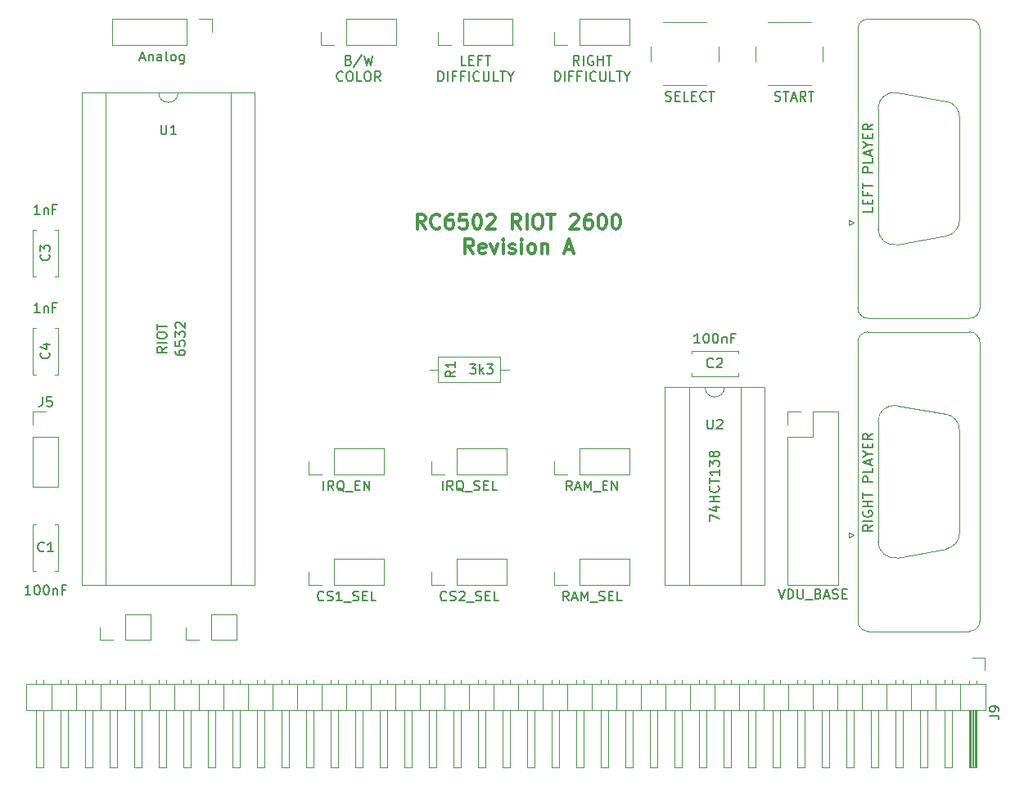
<source format=gto>
G04 #@! TF.FileFunction,Legend,Top*
%FSLAX46Y46*%
G04 Gerber Fmt 4.6, Leading zero omitted, Abs format (unit mm)*
G04 Created by KiCad (PCBNEW 4.0.7) date 02/14/19 13:46:32*
%MOMM*%
%LPD*%
G01*
G04 APERTURE LIST*
%ADD10C,0.100000*%
%ADD11C,0.150000*%
%ADD12C,0.300000*%
%ADD13C,0.120000*%
G04 APERTURE END LIST*
D10*
D11*
X68032381Y-109823095D02*
X68032381Y-110013572D01*
X68080000Y-110108810D01*
X68127619Y-110156429D01*
X68270476Y-110251667D01*
X68460952Y-110299286D01*
X68841905Y-110299286D01*
X68937143Y-110251667D01*
X68984762Y-110204048D01*
X69032381Y-110108810D01*
X69032381Y-109918333D01*
X68984762Y-109823095D01*
X68937143Y-109775476D01*
X68841905Y-109727857D01*
X68603810Y-109727857D01*
X68508571Y-109775476D01*
X68460952Y-109823095D01*
X68413333Y-109918333D01*
X68413333Y-110108810D01*
X68460952Y-110204048D01*
X68508571Y-110251667D01*
X68603810Y-110299286D01*
X68032381Y-108823095D02*
X68032381Y-109299286D01*
X68508571Y-109346905D01*
X68460952Y-109299286D01*
X68413333Y-109204048D01*
X68413333Y-108965952D01*
X68460952Y-108870714D01*
X68508571Y-108823095D01*
X68603810Y-108775476D01*
X68841905Y-108775476D01*
X68937143Y-108823095D01*
X68984762Y-108870714D01*
X69032381Y-108965952D01*
X69032381Y-109204048D01*
X68984762Y-109299286D01*
X68937143Y-109346905D01*
X68032381Y-108442143D02*
X68032381Y-107823095D01*
X68413333Y-108156429D01*
X68413333Y-108013571D01*
X68460952Y-107918333D01*
X68508571Y-107870714D01*
X68603810Y-107823095D01*
X68841905Y-107823095D01*
X68937143Y-107870714D01*
X68984762Y-107918333D01*
X69032381Y-108013571D01*
X69032381Y-108299286D01*
X68984762Y-108394524D01*
X68937143Y-108442143D01*
X68127619Y-107442143D02*
X68080000Y-107394524D01*
X68032381Y-107299286D01*
X68032381Y-107061190D01*
X68080000Y-106965952D01*
X68127619Y-106918333D01*
X68222857Y-106870714D01*
X68318095Y-106870714D01*
X68460952Y-106918333D01*
X69032381Y-107489762D01*
X69032381Y-106870714D01*
X85971191Y-79748571D02*
X86114048Y-79796190D01*
X86161667Y-79843810D01*
X86209286Y-79939048D01*
X86209286Y-80081905D01*
X86161667Y-80177143D01*
X86114048Y-80224762D01*
X86018810Y-80272381D01*
X85637857Y-80272381D01*
X85637857Y-79272381D01*
X85971191Y-79272381D01*
X86066429Y-79320000D01*
X86114048Y-79367619D01*
X86161667Y-79462857D01*
X86161667Y-79558095D01*
X86114048Y-79653333D01*
X86066429Y-79700952D01*
X85971191Y-79748571D01*
X85637857Y-79748571D01*
X87352143Y-79224762D02*
X86495000Y-80510476D01*
X87590238Y-79272381D02*
X87828333Y-80272381D01*
X88018810Y-79558095D01*
X88209286Y-80272381D01*
X88447381Y-79272381D01*
X85352143Y-81827143D02*
X85304524Y-81874762D01*
X85161667Y-81922381D01*
X85066429Y-81922381D01*
X84923571Y-81874762D01*
X84828333Y-81779524D01*
X84780714Y-81684286D01*
X84733095Y-81493810D01*
X84733095Y-81350952D01*
X84780714Y-81160476D01*
X84828333Y-81065238D01*
X84923571Y-80970000D01*
X85066429Y-80922381D01*
X85161667Y-80922381D01*
X85304524Y-80970000D01*
X85352143Y-81017619D01*
X85971190Y-80922381D02*
X86161667Y-80922381D01*
X86256905Y-80970000D01*
X86352143Y-81065238D01*
X86399762Y-81255714D01*
X86399762Y-81589048D01*
X86352143Y-81779524D01*
X86256905Y-81874762D01*
X86161667Y-81922381D01*
X85971190Y-81922381D01*
X85875952Y-81874762D01*
X85780714Y-81779524D01*
X85733095Y-81589048D01*
X85733095Y-81255714D01*
X85780714Y-81065238D01*
X85875952Y-80970000D01*
X85971190Y-80922381D01*
X87304524Y-81922381D02*
X86828333Y-81922381D01*
X86828333Y-80922381D01*
X87828333Y-80922381D02*
X88018810Y-80922381D01*
X88114048Y-80970000D01*
X88209286Y-81065238D01*
X88256905Y-81255714D01*
X88256905Y-81589048D01*
X88209286Y-81779524D01*
X88114048Y-81874762D01*
X88018810Y-81922381D01*
X87828333Y-81922381D01*
X87733095Y-81874762D01*
X87637857Y-81779524D01*
X87590238Y-81589048D01*
X87590238Y-81255714D01*
X87637857Y-81065238D01*
X87733095Y-80970000D01*
X87828333Y-80922381D01*
X89256905Y-81922381D02*
X88923571Y-81446190D01*
X88685476Y-81922381D02*
X88685476Y-80922381D01*
X89066429Y-80922381D01*
X89161667Y-80970000D01*
X89209286Y-81017619D01*
X89256905Y-81112857D01*
X89256905Y-81255714D01*
X89209286Y-81350952D01*
X89161667Y-81398571D01*
X89066429Y-81446190D01*
X88685476Y-81446190D01*
X109791667Y-80272381D02*
X109458333Y-79796190D01*
X109220238Y-80272381D02*
X109220238Y-79272381D01*
X109601191Y-79272381D01*
X109696429Y-79320000D01*
X109744048Y-79367619D01*
X109791667Y-79462857D01*
X109791667Y-79605714D01*
X109744048Y-79700952D01*
X109696429Y-79748571D01*
X109601191Y-79796190D01*
X109220238Y-79796190D01*
X110220238Y-80272381D02*
X110220238Y-79272381D01*
X111220238Y-79320000D02*
X111125000Y-79272381D01*
X110982143Y-79272381D01*
X110839285Y-79320000D01*
X110744047Y-79415238D01*
X110696428Y-79510476D01*
X110648809Y-79700952D01*
X110648809Y-79843810D01*
X110696428Y-80034286D01*
X110744047Y-80129524D01*
X110839285Y-80224762D01*
X110982143Y-80272381D01*
X111077381Y-80272381D01*
X111220238Y-80224762D01*
X111267857Y-80177143D01*
X111267857Y-79843810D01*
X111077381Y-79843810D01*
X111696428Y-80272381D02*
X111696428Y-79272381D01*
X111696428Y-79748571D02*
X112267857Y-79748571D01*
X112267857Y-80272381D02*
X112267857Y-79272381D01*
X112601190Y-79272381D02*
X113172619Y-79272381D01*
X112886904Y-80272381D02*
X112886904Y-79272381D01*
X107291667Y-81922381D02*
X107291667Y-80922381D01*
X107529762Y-80922381D01*
X107672620Y-80970000D01*
X107767858Y-81065238D01*
X107815477Y-81160476D01*
X107863096Y-81350952D01*
X107863096Y-81493810D01*
X107815477Y-81684286D01*
X107767858Y-81779524D01*
X107672620Y-81874762D01*
X107529762Y-81922381D01*
X107291667Y-81922381D01*
X108291667Y-81922381D02*
X108291667Y-80922381D01*
X109101191Y-81398571D02*
X108767857Y-81398571D01*
X108767857Y-81922381D02*
X108767857Y-80922381D01*
X109244048Y-80922381D01*
X109958334Y-81398571D02*
X109625000Y-81398571D01*
X109625000Y-81922381D02*
X109625000Y-80922381D01*
X110101191Y-80922381D01*
X110482143Y-81922381D02*
X110482143Y-80922381D01*
X111529762Y-81827143D02*
X111482143Y-81874762D01*
X111339286Y-81922381D01*
X111244048Y-81922381D01*
X111101190Y-81874762D01*
X111005952Y-81779524D01*
X110958333Y-81684286D01*
X110910714Y-81493810D01*
X110910714Y-81350952D01*
X110958333Y-81160476D01*
X111005952Y-81065238D01*
X111101190Y-80970000D01*
X111244048Y-80922381D01*
X111339286Y-80922381D01*
X111482143Y-80970000D01*
X111529762Y-81017619D01*
X111958333Y-80922381D02*
X111958333Y-81731905D01*
X112005952Y-81827143D01*
X112053571Y-81874762D01*
X112148809Y-81922381D01*
X112339286Y-81922381D01*
X112434524Y-81874762D01*
X112482143Y-81827143D01*
X112529762Y-81731905D01*
X112529762Y-80922381D01*
X113482143Y-81922381D02*
X113005952Y-81922381D01*
X113005952Y-80922381D01*
X113672619Y-80922381D02*
X114244048Y-80922381D01*
X113958333Y-81922381D02*
X113958333Y-80922381D01*
X114767857Y-81446190D02*
X114767857Y-81922381D01*
X114434524Y-80922381D02*
X114767857Y-81446190D01*
X115101191Y-80922381D01*
X98107619Y-80272381D02*
X97631428Y-80272381D01*
X97631428Y-79272381D01*
X98440952Y-79748571D02*
X98774286Y-79748571D01*
X98917143Y-80272381D02*
X98440952Y-80272381D01*
X98440952Y-79272381D01*
X98917143Y-79272381D01*
X99679048Y-79748571D02*
X99345714Y-79748571D01*
X99345714Y-80272381D02*
X99345714Y-79272381D01*
X99821905Y-79272381D01*
X100060000Y-79272381D02*
X100631429Y-79272381D01*
X100345714Y-80272381D02*
X100345714Y-79272381D01*
X95226667Y-81922381D02*
X95226667Y-80922381D01*
X95464762Y-80922381D01*
X95607620Y-80970000D01*
X95702858Y-81065238D01*
X95750477Y-81160476D01*
X95798096Y-81350952D01*
X95798096Y-81493810D01*
X95750477Y-81684286D01*
X95702858Y-81779524D01*
X95607620Y-81874762D01*
X95464762Y-81922381D01*
X95226667Y-81922381D01*
X96226667Y-81922381D02*
X96226667Y-80922381D01*
X97036191Y-81398571D02*
X96702857Y-81398571D01*
X96702857Y-81922381D02*
X96702857Y-80922381D01*
X97179048Y-80922381D01*
X97893334Y-81398571D02*
X97560000Y-81398571D01*
X97560000Y-81922381D02*
X97560000Y-80922381D01*
X98036191Y-80922381D01*
X98417143Y-81922381D02*
X98417143Y-80922381D01*
X99464762Y-81827143D02*
X99417143Y-81874762D01*
X99274286Y-81922381D01*
X99179048Y-81922381D01*
X99036190Y-81874762D01*
X98940952Y-81779524D01*
X98893333Y-81684286D01*
X98845714Y-81493810D01*
X98845714Y-81350952D01*
X98893333Y-81160476D01*
X98940952Y-81065238D01*
X99036190Y-80970000D01*
X99179048Y-80922381D01*
X99274286Y-80922381D01*
X99417143Y-80970000D01*
X99464762Y-81017619D01*
X99893333Y-80922381D02*
X99893333Y-81731905D01*
X99940952Y-81827143D01*
X99988571Y-81874762D01*
X100083809Y-81922381D01*
X100274286Y-81922381D01*
X100369524Y-81874762D01*
X100417143Y-81827143D01*
X100464762Y-81731905D01*
X100464762Y-80922381D01*
X101417143Y-81922381D02*
X100940952Y-81922381D01*
X100940952Y-80922381D01*
X101607619Y-80922381D02*
X102179048Y-80922381D01*
X101893333Y-81922381D02*
X101893333Y-80922381D01*
X102702857Y-81446190D02*
X102702857Y-81922381D01*
X102369524Y-80922381D02*
X102702857Y-81446190D01*
X103036191Y-80922381D01*
D12*
X93897859Y-97193571D02*
X93397859Y-96479286D01*
X93040716Y-97193571D02*
X93040716Y-95693571D01*
X93612144Y-95693571D01*
X93755002Y-95765000D01*
X93826430Y-95836429D01*
X93897859Y-95979286D01*
X93897859Y-96193571D01*
X93826430Y-96336429D01*
X93755002Y-96407857D01*
X93612144Y-96479286D01*
X93040716Y-96479286D01*
X95397859Y-97050714D02*
X95326430Y-97122143D01*
X95112144Y-97193571D01*
X94969287Y-97193571D01*
X94755002Y-97122143D01*
X94612144Y-96979286D01*
X94540716Y-96836429D01*
X94469287Y-96550714D01*
X94469287Y-96336429D01*
X94540716Y-96050714D01*
X94612144Y-95907857D01*
X94755002Y-95765000D01*
X94969287Y-95693571D01*
X95112144Y-95693571D01*
X95326430Y-95765000D01*
X95397859Y-95836429D01*
X96683573Y-95693571D02*
X96397859Y-95693571D01*
X96255002Y-95765000D01*
X96183573Y-95836429D01*
X96040716Y-96050714D01*
X95969287Y-96336429D01*
X95969287Y-96907857D01*
X96040716Y-97050714D01*
X96112144Y-97122143D01*
X96255002Y-97193571D01*
X96540716Y-97193571D01*
X96683573Y-97122143D01*
X96755002Y-97050714D01*
X96826430Y-96907857D01*
X96826430Y-96550714D01*
X96755002Y-96407857D01*
X96683573Y-96336429D01*
X96540716Y-96265000D01*
X96255002Y-96265000D01*
X96112144Y-96336429D01*
X96040716Y-96407857D01*
X95969287Y-96550714D01*
X98183573Y-95693571D02*
X97469287Y-95693571D01*
X97397858Y-96407857D01*
X97469287Y-96336429D01*
X97612144Y-96265000D01*
X97969287Y-96265000D01*
X98112144Y-96336429D01*
X98183573Y-96407857D01*
X98255001Y-96550714D01*
X98255001Y-96907857D01*
X98183573Y-97050714D01*
X98112144Y-97122143D01*
X97969287Y-97193571D01*
X97612144Y-97193571D01*
X97469287Y-97122143D01*
X97397858Y-97050714D01*
X99183572Y-95693571D02*
X99326429Y-95693571D01*
X99469286Y-95765000D01*
X99540715Y-95836429D01*
X99612144Y-95979286D01*
X99683572Y-96265000D01*
X99683572Y-96622143D01*
X99612144Y-96907857D01*
X99540715Y-97050714D01*
X99469286Y-97122143D01*
X99326429Y-97193571D01*
X99183572Y-97193571D01*
X99040715Y-97122143D01*
X98969286Y-97050714D01*
X98897858Y-96907857D01*
X98826429Y-96622143D01*
X98826429Y-96265000D01*
X98897858Y-95979286D01*
X98969286Y-95836429D01*
X99040715Y-95765000D01*
X99183572Y-95693571D01*
X100255000Y-95836429D02*
X100326429Y-95765000D01*
X100469286Y-95693571D01*
X100826429Y-95693571D01*
X100969286Y-95765000D01*
X101040715Y-95836429D01*
X101112143Y-95979286D01*
X101112143Y-96122143D01*
X101040715Y-96336429D01*
X100183572Y-97193571D01*
X101112143Y-97193571D01*
X103755000Y-97193571D02*
X103255000Y-96479286D01*
X102897857Y-97193571D02*
X102897857Y-95693571D01*
X103469285Y-95693571D01*
X103612143Y-95765000D01*
X103683571Y-95836429D01*
X103755000Y-95979286D01*
X103755000Y-96193571D01*
X103683571Y-96336429D01*
X103612143Y-96407857D01*
X103469285Y-96479286D01*
X102897857Y-96479286D01*
X104397857Y-97193571D02*
X104397857Y-95693571D01*
X105397857Y-95693571D02*
X105683571Y-95693571D01*
X105826429Y-95765000D01*
X105969286Y-95907857D01*
X106040714Y-96193571D01*
X106040714Y-96693571D01*
X105969286Y-96979286D01*
X105826429Y-97122143D01*
X105683571Y-97193571D01*
X105397857Y-97193571D01*
X105255000Y-97122143D01*
X105112143Y-96979286D01*
X105040714Y-96693571D01*
X105040714Y-96193571D01*
X105112143Y-95907857D01*
X105255000Y-95765000D01*
X105397857Y-95693571D01*
X106469286Y-95693571D02*
X107326429Y-95693571D01*
X106897858Y-97193571D02*
X106897858Y-95693571D01*
X108897857Y-95836429D02*
X108969286Y-95765000D01*
X109112143Y-95693571D01*
X109469286Y-95693571D01*
X109612143Y-95765000D01*
X109683572Y-95836429D01*
X109755000Y-95979286D01*
X109755000Y-96122143D01*
X109683572Y-96336429D01*
X108826429Y-97193571D01*
X109755000Y-97193571D01*
X111040714Y-95693571D02*
X110755000Y-95693571D01*
X110612143Y-95765000D01*
X110540714Y-95836429D01*
X110397857Y-96050714D01*
X110326428Y-96336429D01*
X110326428Y-96907857D01*
X110397857Y-97050714D01*
X110469285Y-97122143D01*
X110612143Y-97193571D01*
X110897857Y-97193571D01*
X111040714Y-97122143D01*
X111112143Y-97050714D01*
X111183571Y-96907857D01*
X111183571Y-96550714D01*
X111112143Y-96407857D01*
X111040714Y-96336429D01*
X110897857Y-96265000D01*
X110612143Y-96265000D01*
X110469285Y-96336429D01*
X110397857Y-96407857D01*
X110326428Y-96550714D01*
X112112142Y-95693571D02*
X112254999Y-95693571D01*
X112397856Y-95765000D01*
X112469285Y-95836429D01*
X112540714Y-95979286D01*
X112612142Y-96265000D01*
X112612142Y-96622143D01*
X112540714Y-96907857D01*
X112469285Y-97050714D01*
X112397856Y-97122143D01*
X112254999Y-97193571D01*
X112112142Y-97193571D01*
X111969285Y-97122143D01*
X111897856Y-97050714D01*
X111826428Y-96907857D01*
X111754999Y-96622143D01*
X111754999Y-96265000D01*
X111826428Y-95979286D01*
X111897856Y-95836429D01*
X111969285Y-95765000D01*
X112112142Y-95693571D01*
X113540713Y-95693571D02*
X113683570Y-95693571D01*
X113826427Y-95765000D01*
X113897856Y-95836429D01*
X113969285Y-95979286D01*
X114040713Y-96265000D01*
X114040713Y-96622143D01*
X113969285Y-96907857D01*
X113897856Y-97050714D01*
X113826427Y-97122143D01*
X113683570Y-97193571D01*
X113540713Y-97193571D01*
X113397856Y-97122143D01*
X113326427Y-97050714D01*
X113254999Y-96907857D01*
X113183570Y-96622143D01*
X113183570Y-96265000D01*
X113254999Y-95979286D01*
X113326427Y-95836429D01*
X113397856Y-95765000D01*
X113540713Y-95693571D01*
X98862143Y-99743571D02*
X98362143Y-99029286D01*
X98005000Y-99743571D02*
X98005000Y-98243571D01*
X98576428Y-98243571D01*
X98719286Y-98315000D01*
X98790714Y-98386429D01*
X98862143Y-98529286D01*
X98862143Y-98743571D01*
X98790714Y-98886429D01*
X98719286Y-98957857D01*
X98576428Y-99029286D01*
X98005000Y-99029286D01*
X100076428Y-99672143D02*
X99933571Y-99743571D01*
X99647857Y-99743571D01*
X99505000Y-99672143D01*
X99433571Y-99529286D01*
X99433571Y-98957857D01*
X99505000Y-98815000D01*
X99647857Y-98743571D01*
X99933571Y-98743571D01*
X100076428Y-98815000D01*
X100147857Y-98957857D01*
X100147857Y-99100714D01*
X99433571Y-99243571D01*
X100647857Y-98743571D02*
X101005000Y-99743571D01*
X101362142Y-98743571D01*
X101933571Y-99743571D02*
X101933571Y-98743571D01*
X101933571Y-98243571D02*
X101862142Y-98315000D01*
X101933571Y-98386429D01*
X102004999Y-98315000D01*
X101933571Y-98243571D01*
X101933571Y-98386429D01*
X102576428Y-99672143D02*
X102719285Y-99743571D01*
X103005000Y-99743571D01*
X103147857Y-99672143D01*
X103219285Y-99529286D01*
X103219285Y-99457857D01*
X103147857Y-99315000D01*
X103005000Y-99243571D01*
X102790714Y-99243571D01*
X102647857Y-99172143D01*
X102576428Y-99029286D01*
X102576428Y-98957857D01*
X102647857Y-98815000D01*
X102790714Y-98743571D01*
X103005000Y-98743571D01*
X103147857Y-98815000D01*
X103862143Y-99743571D02*
X103862143Y-98743571D01*
X103862143Y-98243571D02*
X103790714Y-98315000D01*
X103862143Y-98386429D01*
X103933571Y-98315000D01*
X103862143Y-98243571D01*
X103862143Y-98386429D01*
X104790715Y-99743571D02*
X104647857Y-99672143D01*
X104576429Y-99600714D01*
X104505000Y-99457857D01*
X104505000Y-99029286D01*
X104576429Y-98886429D01*
X104647857Y-98815000D01*
X104790715Y-98743571D01*
X105005000Y-98743571D01*
X105147857Y-98815000D01*
X105219286Y-98886429D01*
X105290715Y-99029286D01*
X105290715Y-99457857D01*
X105219286Y-99600714D01*
X105147857Y-99672143D01*
X105005000Y-99743571D01*
X104790715Y-99743571D01*
X105933572Y-98743571D02*
X105933572Y-99743571D01*
X105933572Y-98886429D02*
X106005000Y-98815000D01*
X106147858Y-98743571D01*
X106362143Y-98743571D01*
X106505000Y-98815000D01*
X106576429Y-98957857D01*
X106576429Y-99743571D01*
X108362143Y-99315000D02*
X109076429Y-99315000D01*
X108219286Y-99743571D02*
X108719286Y-98243571D01*
X109219286Y-99743571D01*
D13*
X53300000Y-132625000D02*
X53300000Y-127805000D01*
X55920000Y-132625000D02*
X55920000Y-127805000D01*
X53300000Y-132625000D02*
X53614000Y-132625000D01*
X55606000Y-132625000D02*
X55920000Y-132625000D01*
X53300000Y-127805000D02*
X53614000Y-127805000D01*
X55606000Y-127805000D02*
X55920000Y-127805000D01*
X126275000Y-112435000D02*
X121455000Y-112435000D01*
X126275000Y-109815000D02*
X121455000Y-109815000D01*
X126275000Y-112435000D02*
X126275000Y-112121000D01*
X126275000Y-110129000D02*
X126275000Y-109815000D01*
X121455000Y-112435000D02*
X121455000Y-112121000D01*
X121455000Y-110129000D02*
X121455000Y-109815000D01*
X124825000Y-113605000D02*
G75*
G02X122825000Y-113605000I-1000000J0D01*
G01*
X122825000Y-113605000D02*
X121175000Y-113605000D01*
X121175000Y-113605000D02*
X121175000Y-134045000D01*
X121175000Y-134045000D02*
X126475000Y-134045000D01*
X126475000Y-134045000D02*
X126475000Y-113605000D01*
X126475000Y-113605000D02*
X124825000Y-113605000D01*
X118685000Y-113545000D02*
X118685000Y-134105000D01*
X118685000Y-134105000D02*
X128965000Y-134105000D01*
X128965000Y-134105000D02*
X128965000Y-113545000D01*
X128965000Y-113545000D02*
X118685000Y-113545000D01*
X131385000Y-134045000D02*
X136585000Y-134045000D01*
X131385000Y-118745000D02*
X131385000Y-134045000D01*
X136585000Y-116145000D02*
X136585000Y-134045000D01*
X131385000Y-118745000D02*
X133985000Y-118745000D01*
X133985000Y-118745000D02*
X133985000Y-116145000D01*
X133985000Y-116145000D02*
X136585000Y-116145000D01*
X131385000Y-117475000D02*
X131385000Y-116145000D01*
X131385000Y-116145000D02*
X132715000Y-116145000D01*
X53300000Y-102145000D02*
X53300000Y-97325000D01*
X55920000Y-102145000D02*
X55920000Y-97325000D01*
X53300000Y-102145000D02*
X53614000Y-102145000D01*
X55606000Y-102145000D02*
X55920000Y-102145000D01*
X53300000Y-97325000D02*
X53614000Y-97325000D01*
X55606000Y-97325000D02*
X55920000Y-97325000D01*
X53300000Y-112305000D02*
X53300000Y-107485000D01*
X55920000Y-112305000D02*
X55920000Y-107485000D01*
X53300000Y-112305000D02*
X53614000Y-112305000D01*
X55606000Y-112305000D02*
X55920000Y-112305000D01*
X53300000Y-107485000D02*
X53614000Y-107485000D01*
X55606000Y-107485000D02*
X55920000Y-107485000D01*
X151825000Y-144315000D02*
X52645000Y-144315000D01*
X52645000Y-144315000D02*
X52645000Y-146975000D01*
X52645000Y-146975000D02*
X151825000Y-146975000D01*
X151825000Y-146975000D02*
X151825000Y-144315000D01*
X150875000Y-146975000D02*
X150875000Y-152975000D01*
X150875000Y-152975000D02*
X150115000Y-152975000D01*
X150115000Y-152975000D02*
X150115000Y-146975000D01*
X150815000Y-146975000D02*
X150815000Y-152975000D01*
X150695000Y-146975000D02*
X150695000Y-152975000D01*
X150575000Y-146975000D02*
X150575000Y-152975000D01*
X150455000Y-146975000D02*
X150455000Y-152975000D01*
X150335000Y-146975000D02*
X150335000Y-152975000D01*
X150215000Y-146975000D02*
X150215000Y-152975000D01*
X150875000Y-143985000D02*
X150875000Y-144315000D01*
X150115000Y-143985000D02*
X150115000Y-144315000D01*
X149225000Y-144315000D02*
X149225000Y-146975000D01*
X148335000Y-146975000D02*
X148335000Y-152975000D01*
X148335000Y-152975000D02*
X147575000Y-152975000D01*
X147575000Y-152975000D02*
X147575000Y-146975000D01*
X148335000Y-143917929D02*
X148335000Y-144315000D01*
X147575000Y-143917929D02*
X147575000Y-144315000D01*
X146685000Y-144315000D02*
X146685000Y-146975000D01*
X145795000Y-146975000D02*
X145795000Y-152975000D01*
X145795000Y-152975000D02*
X145035000Y-152975000D01*
X145035000Y-152975000D02*
X145035000Y-146975000D01*
X145795000Y-143917929D02*
X145795000Y-144315000D01*
X145035000Y-143917929D02*
X145035000Y-144315000D01*
X144145000Y-144315000D02*
X144145000Y-146975000D01*
X143255000Y-146975000D02*
X143255000Y-152975000D01*
X143255000Y-152975000D02*
X142495000Y-152975000D01*
X142495000Y-152975000D02*
X142495000Y-146975000D01*
X143255000Y-143917929D02*
X143255000Y-144315000D01*
X142495000Y-143917929D02*
X142495000Y-144315000D01*
X141605000Y-144315000D02*
X141605000Y-146975000D01*
X140715000Y-146975000D02*
X140715000Y-152975000D01*
X140715000Y-152975000D02*
X139955000Y-152975000D01*
X139955000Y-152975000D02*
X139955000Y-146975000D01*
X140715000Y-143917929D02*
X140715000Y-144315000D01*
X139955000Y-143917929D02*
X139955000Y-144315000D01*
X139065000Y-144315000D02*
X139065000Y-146975000D01*
X138175000Y-146975000D02*
X138175000Y-152975000D01*
X138175000Y-152975000D02*
X137415000Y-152975000D01*
X137415000Y-152975000D02*
X137415000Y-146975000D01*
X138175000Y-143917929D02*
X138175000Y-144315000D01*
X137415000Y-143917929D02*
X137415000Y-144315000D01*
X136525000Y-144315000D02*
X136525000Y-146975000D01*
X135635000Y-146975000D02*
X135635000Y-152975000D01*
X135635000Y-152975000D02*
X134875000Y-152975000D01*
X134875000Y-152975000D02*
X134875000Y-146975000D01*
X135635000Y-143917929D02*
X135635000Y-144315000D01*
X134875000Y-143917929D02*
X134875000Y-144315000D01*
X133985000Y-144315000D02*
X133985000Y-146975000D01*
X133095000Y-146975000D02*
X133095000Y-152975000D01*
X133095000Y-152975000D02*
X132335000Y-152975000D01*
X132335000Y-152975000D02*
X132335000Y-146975000D01*
X133095000Y-143917929D02*
X133095000Y-144315000D01*
X132335000Y-143917929D02*
X132335000Y-144315000D01*
X131445000Y-144315000D02*
X131445000Y-146975000D01*
X130555000Y-146975000D02*
X130555000Y-152975000D01*
X130555000Y-152975000D02*
X129795000Y-152975000D01*
X129795000Y-152975000D02*
X129795000Y-146975000D01*
X130555000Y-143917929D02*
X130555000Y-144315000D01*
X129795000Y-143917929D02*
X129795000Y-144315000D01*
X128905000Y-144315000D02*
X128905000Y-146975000D01*
X128015000Y-146975000D02*
X128015000Y-152975000D01*
X128015000Y-152975000D02*
X127255000Y-152975000D01*
X127255000Y-152975000D02*
X127255000Y-146975000D01*
X128015000Y-143917929D02*
X128015000Y-144315000D01*
X127255000Y-143917929D02*
X127255000Y-144315000D01*
X126365000Y-144315000D02*
X126365000Y-146975000D01*
X125475000Y-146975000D02*
X125475000Y-152975000D01*
X125475000Y-152975000D02*
X124715000Y-152975000D01*
X124715000Y-152975000D02*
X124715000Y-146975000D01*
X125475000Y-143917929D02*
X125475000Y-144315000D01*
X124715000Y-143917929D02*
X124715000Y-144315000D01*
X123825000Y-144315000D02*
X123825000Y-146975000D01*
X122935000Y-146975000D02*
X122935000Y-152975000D01*
X122935000Y-152975000D02*
X122175000Y-152975000D01*
X122175000Y-152975000D02*
X122175000Y-146975000D01*
X122935000Y-143917929D02*
X122935000Y-144315000D01*
X122175000Y-143917929D02*
X122175000Y-144315000D01*
X121285000Y-144315000D02*
X121285000Y-146975000D01*
X120395000Y-146975000D02*
X120395000Y-152975000D01*
X120395000Y-152975000D02*
X119635000Y-152975000D01*
X119635000Y-152975000D02*
X119635000Y-146975000D01*
X120395000Y-143917929D02*
X120395000Y-144315000D01*
X119635000Y-143917929D02*
X119635000Y-144315000D01*
X118745000Y-144315000D02*
X118745000Y-146975000D01*
X117855000Y-146975000D02*
X117855000Y-152975000D01*
X117855000Y-152975000D02*
X117095000Y-152975000D01*
X117095000Y-152975000D02*
X117095000Y-146975000D01*
X117855000Y-143917929D02*
X117855000Y-144315000D01*
X117095000Y-143917929D02*
X117095000Y-144315000D01*
X116205000Y-144315000D02*
X116205000Y-146975000D01*
X115315000Y-146975000D02*
X115315000Y-152975000D01*
X115315000Y-152975000D02*
X114555000Y-152975000D01*
X114555000Y-152975000D02*
X114555000Y-146975000D01*
X115315000Y-143917929D02*
X115315000Y-144315000D01*
X114555000Y-143917929D02*
X114555000Y-144315000D01*
X113665000Y-144315000D02*
X113665000Y-146975000D01*
X112775000Y-146975000D02*
X112775000Y-152975000D01*
X112775000Y-152975000D02*
X112015000Y-152975000D01*
X112015000Y-152975000D02*
X112015000Y-146975000D01*
X112775000Y-143917929D02*
X112775000Y-144315000D01*
X112015000Y-143917929D02*
X112015000Y-144315000D01*
X111125000Y-144315000D02*
X111125000Y-146975000D01*
X110235000Y-146975000D02*
X110235000Y-152975000D01*
X110235000Y-152975000D02*
X109475000Y-152975000D01*
X109475000Y-152975000D02*
X109475000Y-146975000D01*
X110235000Y-143917929D02*
X110235000Y-144315000D01*
X109475000Y-143917929D02*
X109475000Y-144315000D01*
X108585000Y-144315000D02*
X108585000Y-146975000D01*
X107695000Y-146975000D02*
X107695000Y-152975000D01*
X107695000Y-152975000D02*
X106935000Y-152975000D01*
X106935000Y-152975000D02*
X106935000Y-146975000D01*
X107695000Y-143917929D02*
X107695000Y-144315000D01*
X106935000Y-143917929D02*
X106935000Y-144315000D01*
X106045000Y-144315000D02*
X106045000Y-146975000D01*
X105155000Y-146975000D02*
X105155000Y-152975000D01*
X105155000Y-152975000D02*
X104395000Y-152975000D01*
X104395000Y-152975000D02*
X104395000Y-146975000D01*
X105155000Y-143917929D02*
X105155000Y-144315000D01*
X104395000Y-143917929D02*
X104395000Y-144315000D01*
X103505000Y-144315000D02*
X103505000Y-146975000D01*
X102615000Y-146975000D02*
X102615000Y-152975000D01*
X102615000Y-152975000D02*
X101855000Y-152975000D01*
X101855000Y-152975000D02*
X101855000Y-146975000D01*
X102615000Y-143917929D02*
X102615000Y-144315000D01*
X101855000Y-143917929D02*
X101855000Y-144315000D01*
X100965000Y-144315000D02*
X100965000Y-146975000D01*
X100075000Y-146975000D02*
X100075000Y-152975000D01*
X100075000Y-152975000D02*
X99315000Y-152975000D01*
X99315000Y-152975000D02*
X99315000Y-146975000D01*
X100075000Y-143917929D02*
X100075000Y-144315000D01*
X99315000Y-143917929D02*
X99315000Y-144315000D01*
X98425000Y-144315000D02*
X98425000Y-146975000D01*
X97535000Y-146975000D02*
X97535000Y-152975000D01*
X97535000Y-152975000D02*
X96775000Y-152975000D01*
X96775000Y-152975000D02*
X96775000Y-146975000D01*
X97535000Y-143917929D02*
X97535000Y-144315000D01*
X96775000Y-143917929D02*
X96775000Y-144315000D01*
X95885000Y-144315000D02*
X95885000Y-146975000D01*
X94995000Y-146975000D02*
X94995000Y-152975000D01*
X94995000Y-152975000D02*
X94235000Y-152975000D01*
X94235000Y-152975000D02*
X94235000Y-146975000D01*
X94995000Y-143917929D02*
X94995000Y-144315000D01*
X94235000Y-143917929D02*
X94235000Y-144315000D01*
X93345000Y-144315000D02*
X93345000Y-146975000D01*
X92455000Y-146975000D02*
X92455000Y-152975000D01*
X92455000Y-152975000D02*
X91695000Y-152975000D01*
X91695000Y-152975000D02*
X91695000Y-146975000D01*
X92455000Y-143917929D02*
X92455000Y-144315000D01*
X91695000Y-143917929D02*
X91695000Y-144315000D01*
X90805000Y-144315000D02*
X90805000Y-146975000D01*
X89915000Y-146975000D02*
X89915000Y-152975000D01*
X89915000Y-152975000D02*
X89155000Y-152975000D01*
X89155000Y-152975000D02*
X89155000Y-146975000D01*
X89915000Y-143917929D02*
X89915000Y-144315000D01*
X89155000Y-143917929D02*
X89155000Y-144315000D01*
X88265000Y-144315000D02*
X88265000Y-146975000D01*
X87375000Y-146975000D02*
X87375000Y-152975000D01*
X87375000Y-152975000D02*
X86615000Y-152975000D01*
X86615000Y-152975000D02*
X86615000Y-146975000D01*
X87375000Y-143917929D02*
X87375000Y-144315000D01*
X86615000Y-143917929D02*
X86615000Y-144315000D01*
X85725000Y-144315000D02*
X85725000Y-146975000D01*
X84835000Y-146975000D02*
X84835000Y-152975000D01*
X84835000Y-152975000D02*
X84075000Y-152975000D01*
X84075000Y-152975000D02*
X84075000Y-146975000D01*
X84835000Y-143917929D02*
X84835000Y-144315000D01*
X84075000Y-143917929D02*
X84075000Y-144315000D01*
X83185000Y-144315000D02*
X83185000Y-146975000D01*
X82295000Y-146975000D02*
X82295000Y-152975000D01*
X82295000Y-152975000D02*
X81535000Y-152975000D01*
X81535000Y-152975000D02*
X81535000Y-146975000D01*
X82295000Y-143917929D02*
X82295000Y-144315000D01*
X81535000Y-143917929D02*
X81535000Y-144315000D01*
X80645000Y-144315000D02*
X80645000Y-146975000D01*
X79755000Y-146975000D02*
X79755000Y-152975000D01*
X79755000Y-152975000D02*
X78995000Y-152975000D01*
X78995000Y-152975000D02*
X78995000Y-146975000D01*
X79755000Y-143917929D02*
X79755000Y-144315000D01*
X78995000Y-143917929D02*
X78995000Y-144315000D01*
X78105000Y-144315000D02*
X78105000Y-146975000D01*
X77215000Y-146975000D02*
X77215000Y-152975000D01*
X77215000Y-152975000D02*
X76455000Y-152975000D01*
X76455000Y-152975000D02*
X76455000Y-146975000D01*
X77215000Y-143917929D02*
X77215000Y-144315000D01*
X76455000Y-143917929D02*
X76455000Y-144315000D01*
X75565000Y-144315000D02*
X75565000Y-146975000D01*
X74675000Y-146975000D02*
X74675000Y-152975000D01*
X74675000Y-152975000D02*
X73915000Y-152975000D01*
X73915000Y-152975000D02*
X73915000Y-146975000D01*
X74675000Y-143917929D02*
X74675000Y-144315000D01*
X73915000Y-143917929D02*
X73915000Y-144315000D01*
X73025000Y-144315000D02*
X73025000Y-146975000D01*
X72135000Y-146975000D02*
X72135000Y-152975000D01*
X72135000Y-152975000D02*
X71375000Y-152975000D01*
X71375000Y-152975000D02*
X71375000Y-146975000D01*
X72135000Y-143917929D02*
X72135000Y-144315000D01*
X71375000Y-143917929D02*
X71375000Y-144315000D01*
X70485000Y-144315000D02*
X70485000Y-146975000D01*
X69595000Y-146975000D02*
X69595000Y-152975000D01*
X69595000Y-152975000D02*
X68835000Y-152975000D01*
X68835000Y-152975000D02*
X68835000Y-146975000D01*
X69595000Y-143917929D02*
X69595000Y-144315000D01*
X68835000Y-143917929D02*
X68835000Y-144315000D01*
X67945000Y-144315000D02*
X67945000Y-146975000D01*
X67055000Y-146975000D02*
X67055000Y-152975000D01*
X67055000Y-152975000D02*
X66295000Y-152975000D01*
X66295000Y-152975000D02*
X66295000Y-146975000D01*
X67055000Y-143917929D02*
X67055000Y-144315000D01*
X66295000Y-143917929D02*
X66295000Y-144315000D01*
X65405000Y-144315000D02*
X65405000Y-146975000D01*
X64515000Y-146975000D02*
X64515000Y-152975000D01*
X64515000Y-152975000D02*
X63755000Y-152975000D01*
X63755000Y-152975000D02*
X63755000Y-146975000D01*
X64515000Y-143917929D02*
X64515000Y-144315000D01*
X63755000Y-143917929D02*
X63755000Y-144315000D01*
X62865000Y-144315000D02*
X62865000Y-146975000D01*
X61975000Y-146975000D02*
X61975000Y-152975000D01*
X61975000Y-152975000D02*
X61215000Y-152975000D01*
X61215000Y-152975000D02*
X61215000Y-146975000D01*
X61975000Y-143917929D02*
X61975000Y-144315000D01*
X61215000Y-143917929D02*
X61215000Y-144315000D01*
X60325000Y-144315000D02*
X60325000Y-146975000D01*
X59435000Y-146975000D02*
X59435000Y-152975000D01*
X59435000Y-152975000D02*
X58675000Y-152975000D01*
X58675000Y-152975000D02*
X58675000Y-146975000D01*
X59435000Y-143917929D02*
X59435000Y-144315000D01*
X58675000Y-143917929D02*
X58675000Y-144315000D01*
X57785000Y-144315000D02*
X57785000Y-146975000D01*
X56895000Y-146975000D02*
X56895000Y-152975000D01*
X56895000Y-152975000D02*
X56135000Y-152975000D01*
X56135000Y-152975000D02*
X56135000Y-146975000D01*
X56895000Y-143917929D02*
X56895000Y-144315000D01*
X56135000Y-143917929D02*
X56135000Y-144315000D01*
X55245000Y-144315000D02*
X55245000Y-146975000D01*
X54355000Y-146975000D02*
X54355000Y-152975000D01*
X54355000Y-152975000D02*
X53595000Y-152975000D01*
X53595000Y-152975000D02*
X53595000Y-146975000D01*
X54355000Y-143917929D02*
X54355000Y-144315000D01*
X53595000Y-143917929D02*
X53595000Y-144315000D01*
X150495000Y-141605000D02*
X151765000Y-141605000D01*
X151765000Y-141605000D02*
X151765000Y-142875000D01*
X89595000Y-134045000D02*
X89595000Y-131385000D01*
X84455000Y-134045000D02*
X89595000Y-134045000D01*
X84455000Y-131385000D02*
X89595000Y-131385000D01*
X84455000Y-134045000D02*
X84455000Y-131385000D01*
X83185000Y-134045000D02*
X81855000Y-134045000D01*
X81855000Y-134045000D02*
X81855000Y-132715000D01*
X102295000Y-134045000D02*
X102295000Y-131385000D01*
X97155000Y-134045000D02*
X102295000Y-134045000D01*
X97155000Y-131385000D02*
X102295000Y-131385000D01*
X97155000Y-134045000D02*
X97155000Y-131385000D01*
X95885000Y-134045000D02*
X94555000Y-134045000D01*
X94555000Y-134045000D02*
X94555000Y-132715000D01*
X74355000Y-139760000D02*
X74355000Y-137100000D01*
X71755000Y-139760000D02*
X74355000Y-139760000D01*
X71755000Y-137100000D02*
X74355000Y-137100000D01*
X71755000Y-139760000D02*
X71755000Y-137100000D01*
X70485000Y-139760000D02*
X69155000Y-139760000D01*
X69155000Y-139760000D02*
X69155000Y-138430000D01*
X65465000Y-139760000D02*
X65465000Y-137100000D01*
X62865000Y-139760000D02*
X65465000Y-139760000D01*
X62865000Y-137100000D02*
X65465000Y-137100000D01*
X62865000Y-139760000D02*
X62865000Y-137100000D01*
X61595000Y-139760000D02*
X60265000Y-139760000D01*
X60265000Y-139760000D02*
X60265000Y-138430000D01*
X101635000Y-113070000D02*
X101635000Y-110450000D01*
X101635000Y-110450000D02*
X95215000Y-110450000D01*
X95215000Y-110450000D02*
X95215000Y-113070000D01*
X95215000Y-113070000D02*
X101635000Y-113070000D01*
X102525000Y-111760000D02*
X101635000Y-111760000D01*
X94325000Y-111760000D02*
X95215000Y-111760000D01*
X68310000Y-83125000D02*
G75*
G02X66310000Y-83125000I-1000000J0D01*
G01*
X66310000Y-83125000D02*
X60850000Y-83125000D01*
X60850000Y-83125000D02*
X60850000Y-134045000D01*
X60850000Y-134045000D02*
X73770000Y-134045000D01*
X73770000Y-134045000D02*
X73770000Y-83125000D01*
X73770000Y-83125000D02*
X68310000Y-83125000D01*
X58360000Y-83065000D02*
X58360000Y-134105000D01*
X58360000Y-134105000D02*
X76260000Y-134105000D01*
X76260000Y-134105000D02*
X76260000Y-83065000D01*
X76260000Y-83065000D02*
X58360000Y-83065000D01*
X61535000Y-75505000D02*
X61535000Y-78165000D01*
X69215000Y-75505000D02*
X61535000Y-75505000D01*
X69215000Y-78165000D02*
X61535000Y-78165000D01*
X69215000Y-75505000D02*
X69215000Y-78165000D01*
X70485000Y-75505000D02*
X71815000Y-75505000D01*
X71815000Y-75505000D02*
X71815000Y-76835000D01*
X138620000Y-105405000D02*
G75*
G03X139680000Y-106465000I1060000J0D01*
G01*
X139680000Y-75495000D02*
G75*
G03X138620000Y-76555000I0J-1060000D01*
G01*
X151240000Y-105405000D02*
G75*
G02X150180000Y-106465000I-1060000J0D01*
G01*
X151240000Y-76555000D02*
G75*
G03X150180000Y-75495000I-1060000J0D01*
G01*
X142668256Y-98846470D02*
G75*
G02X140720000Y-97211689I-288256J1634781D01*
G01*
X142668256Y-83113530D02*
G75*
G03X140720000Y-84748311I-288256J-1634781D01*
G01*
X147768256Y-97947202D02*
G75*
G03X149140000Y-96312421I-288256J1634781D01*
G01*
X147768256Y-84012798D02*
G75*
G02X149140000Y-85647579I-288256J-1634781D01*
G01*
X138620000Y-105405000D02*
X138620000Y-76555000D01*
X139680000Y-75495000D02*
X150180000Y-75495000D01*
X151240000Y-76555000D02*
X151240000Y-105405000D01*
X150180000Y-106465000D02*
X139680000Y-106465000D01*
X137725662Y-96770000D02*
X137725662Y-96270000D01*
X137725662Y-96270000D02*
X138158675Y-96520000D01*
X138158675Y-96520000D02*
X137725662Y-96770000D01*
X140720000Y-97211689D02*
X140720000Y-84748311D01*
X149140000Y-96312421D02*
X149140000Y-85647579D01*
X142668256Y-83113530D02*
X147768256Y-84012798D01*
X142668256Y-98846470D02*
X147768256Y-97947202D01*
X138620000Y-137790000D02*
G75*
G03X139680000Y-138850000I1060000J0D01*
G01*
X139680000Y-107880000D02*
G75*
G03X138620000Y-108940000I0J-1060000D01*
G01*
X151240000Y-137790000D02*
G75*
G02X150180000Y-138850000I-1060000J0D01*
G01*
X151240000Y-108940000D02*
G75*
G03X150180000Y-107880000I-1060000J0D01*
G01*
X142668256Y-131231470D02*
G75*
G02X140720000Y-129596689I-288256J1634781D01*
G01*
X142668256Y-115498530D02*
G75*
G03X140720000Y-117133311I-288256J-1634781D01*
G01*
X147768256Y-130332202D02*
G75*
G03X149140000Y-128697421I-288256J1634781D01*
G01*
X147768256Y-116397798D02*
G75*
G02X149140000Y-118032579I-288256J-1634781D01*
G01*
X138620000Y-137790000D02*
X138620000Y-108940000D01*
X139680000Y-107880000D02*
X150180000Y-107880000D01*
X151240000Y-108940000D02*
X151240000Y-137790000D01*
X150180000Y-138850000D02*
X139680000Y-138850000D01*
X137725662Y-129155000D02*
X137725662Y-128655000D01*
X137725662Y-128655000D02*
X138158675Y-128905000D01*
X138158675Y-128905000D02*
X137725662Y-129155000D01*
X140720000Y-129596689D02*
X140720000Y-117133311D01*
X149140000Y-128697421D02*
X149140000Y-118032579D01*
X142668256Y-115498530D02*
X147768256Y-116397798D01*
X142668256Y-131231470D02*
X147768256Y-130332202D01*
X53280000Y-123885000D02*
X55940000Y-123885000D01*
X53280000Y-118745000D02*
X53280000Y-123885000D01*
X55940000Y-118745000D02*
X55940000Y-123885000D01*
X53280000Y-118745000D02*
X55940000Y-118745000D01*
X53280000Y-117475000D02*
X53280000Y-116145000D01*
X53280000Y-116145000D02*
X54610000Y-116145000D01*
X89595000Y-122615000D02*
X89595000Y-119955000D01*
X84455000Y-122615000D02*
X89595000Y-122615000D01*
X84455000Y-119955000D02*
X89595000Y-119955000D01*
X84455000Y-122615000D02*
X84455000Y-119955000D01*
X83185000Y-122615000D02*
X81855000Y-122615000D01*
X81855000Y-122615000D02*
X81855000Y-121285000D01*
X102295000Y-122615000D02*
X102295000Y-119955000D01*
X97155000Y-122615000D02*
X102295000Y-122615000D01*
X97155000Y-119955000D02*
X102295000Y-119955000D01*
X97155000Y-122615000D02*
X97155000Y-119955000D01*
X95885000Y-122615000D02*
X94555000Y-122615000D01*
X94555000Y-122615000D02*
X94555000Y-121285000D01*
X90865000Y-78165000D02*
X90865000Y-75505000D01*
X85725000Y-78165000D02*
X90865000Y-78165000D01*
X85725000Y-75505000D02*
X90865000Y-75505000D01*
X85725000Y-78165000D02*
X85725000Y-75505000D01*
X84455000Y-78165000D02*
X83125000Y-78165000D01*
X83125000Y-78165000D02*
X83125000Y-76835000D01*
X102930000Y-78165000D02*
X102930000Y-75505000D01*
X97790000Y-78165000D02*
X102930000Y-78165000D01*
X97790000Y-75505000D02*
X102930000Y-75505000D01*
X97790000Y-78165000D02*
X97790000Y-75505000D01*
X96520000Y-78165000D02*
X95190000Y-78165000D01*
X95190000Y-78165000D02*
X95190000Y-76835000D01*
X114995000Y-78165000D02*
X114995000Y-75505000D01*
X109855000Y-78165000D02*
X114995000Y-78165000D01*
X109855000Y-75505000D02*
X114995000Y-75505000D01*
X109855000Y-78165000D02*
X109855000Y-75505000D01*
X108585000Y-78165000D02*
X107255000Y-78165000D01*
X107255000Y-78165000D02*
X107255000Y-76835000D01*
X118475000Y-82335000D02*
X122975000Y-82335000D01*
X117225000Y-78335000D02*
X117225000Y-79835000D01*
X122975000Y-75835000D02*
X118475000Y-75835000D01*
X124225000Y-79835000D02*
X124225000Y-78335000D01*
X129270000Y-82335000D02*
X133770000Y-82335000D01*
X128020000Y-78335000D02*
X128020000Y-79835000D01*
X133770000Y-75835000D02*
X129270000Y-75835000D01*
X135020000Y-79835000D02*
X135020000Y-78335000D01*
X114995000Y-134045000D02*
X114995000Y-131385000D01*
X109855000Y-134045000D02*
X114995000Y-134045000D01*
X109855000Y-131385000D02*
X114995000Y-131385000D01*
X109855000Y-134045000D02*
X109855000Y-131385000D01*
X108585000Y-134045000D02*
X107255000Y-134045000D01*
X107255000Y-134045000D02*
X107255000Y-132715000D01*
X114995000Y-122615000D02*
X114995000Y-119955000D01*
X109855000Y-122615000D02*
X114995000Y-122615000D01*
X109855000Y-119955000D02*
X114995000Y-119955000D01*
X109855000Y-122615000D02*
X109855000Y-119955000D01*
X108585000Y-122615000D02*
X107255000Y-122615000D01*
X107255000Y-122615000D02*
X107255000Y-121285000D01*
D11*
X54443334Y-130532143D02*
X54395715Y-130579762D01*
X54252858Y-130627381D01*
X54157620Y-130627381D01*
X54014762Y-130579762D01*
X53919524Y-130484524D01*
X53871905Y-130389286D01*
X53824286Y-130198810D01*
X53824286Y-130055952D01*
X53871905Y-129865476D01*
X53919524Y-129770238D01*
X54014762Y-129675000D01*
X54157620Y-129627381D01*
X54252858Y-129627381D01*
X54395715Y-129675000D01*
X54443334Y-129722619D01*
X55395715Y-130627381D02*
X54824286Y-130627381D01*
X55110000Y-130627381D02*
X55110000Y-129627381D01*
X55014762Y-129770238D01*
X54919524Y-129865476D01*
X54824286Y-129913095D01*
X53062381Y-135072381D02*
X52490952Y-135072381D01*
X52776666Y-135072381D02*
X52776666Y-134072381D01*
X52681428Y-134215238D01*
X52586190Y-134310476D01*
X52490952Y-134358095D01*
X53681428Y-134072381D02*
X53776667Y-134072381D01*
X53871905Y-134120000D01*
X53919524Y-134167619D01*
X53967143Y-134262857D01*
X54014762Y-134453333D01*
X54014762Y-134691429D01*
X53967143Y-134881905D01*
X53919524Y-134977143D01*
X53871905Y-135024762D01*
X53776667Y-135072381D01*
X53681428Y-135072381D01*
X53586190Y-135024762D01*
X53538571Y-134977143D01*
X53490952Y-134881905D01*
X53443333Y-134691429D01*
X53443333Y-134453333D01*
X53490952Y-134262857D01*
X53538571Y-134167619D01*
X53586190Y-134120000D01*
X53681428Y-134072381D01*
X54633809Y-134072381D02*
X54729048Y-134072381D01*
X54824286Y-134120000D01*
X54871905Y-134167619D01*
X54919524Y-134262857D01*
X54967143Y-134453333D01*
X54967143Y-134691429D01*
X54919524Y-134881905D01*
X54871905Y-134977143D01*
X54824286Y-135024762D01*
X54729048Y-135072381D01*
X54633809Y-135072381D01*
X54538571Y-135024762D01*
X54490952Y-134977143D01*
X54443333Y-134881905D01*
X54395714Y-134691429D01*
X54395714Y-134453333D01*
X54443333Y-134262857D01*
X54490952Y-134167619D01*
X54538571Y-134120000D01*
X54633809Y-134072381D01*
X55395714Y-134405714D02*
X55395714Y-135072381D01*
X55395714Y-134500952D02*
X55443333Y-134453333D01*
X55538571Y-134405714D01*
X55681429Y-134405714D01*
X55776667Y-134453333D01*
X55824286Y-134548571D01*
X55824286Y-135072381D01*
X56633810Y-134548571D02*
X56300476Y-134548571D01*
X56300476Y-135072381D02*
X56300476Y-134072381D01*
X56776667Y-134072381D01*
X123658334Y-111482143D02*
X123610715Y-111529762D01*
X123467858Y-111577381D01*
X123372620Y-111577381D01*
X123229762Y-111529762D01*
X123134524Y-111434524D01*
X123086905Y-111339286D01*
X123039286Y-111148810D01*
X123039286Y-111005952D01*
X123086905Y-110815476D01*
X123134524Y-110720238D01*
X123229762Y-110625000D01*
X123372620Y-110577381D01*
X123467858Y-110577381D01*
X123610715Y-110625000D01*
X123658334Y-110672619D01*
X124039286Y-110672619D02*
X124086905Y-110625000D01*
X124182143Y-110577381D01*
X124420239Y-110577381D01*
X124515477Y-110625000D01*
X124563096Y-110672619D01*
X124610715Y-110767857D01*
X124610715Y-110863095D01*
X124563096Y-111005952D01*
X123991667Y-111577381D01*
X124610715Y-111577381D01*
X122277381Y-109037381D02*
X121705952Y-109037381D01*
X121991666Y-109037381D02*
X121991666Y-108037381D01*
X121896428Y-108180238D01*
X121801190Y-108275476D01*
X121705952Y-108323095D01*
X122896428Y-108037381D02*
X122991667Y-108037381D01*
X123086905Y-108085000D01*
X123134524Y-108132619D01*
X123182143Y-108227857D01*
X123229762Y-108418333D01*
X123229762Y-108656429D01*
X123182143Y-108846905D01*
X123134524Y-108942143D01*
X123086905Y-108989762D01*
X122991667Y-109037381D01*
X122896428Y-109037381D01*
X122801190Y-108989762D01*
X122753571Y-108942143D01*
X122705952Y-108846905D01*
X122658333Y-108656429D01*
X122658333Y-108418333D01*
X122705952Y-108227857D01*
X122753571Y-108132619D01*
X122801190Y-108085000D01*
X122896428Y-108037381D01*
X123848809Y-108037381D02*
X123944048Y-108037381D01*
X124039286Y-108085000D01*
X124086905Y-108132619D01*
X124134524Y-108227857D01*
X124182143Y-108418333D01*
X124182143Y-108656429D01*
X124134524Y-108846905D01*
X124086905Y-108942143D01*
X124039286Y-108989762D01*
X123944048Y-109037381D01*
X123848809Y-109037381D01*
X123753571Y-108989762D01*
X123705952Y-108942143D01*
X123658333Y-108846905D01*
X123610714Y-108656429D01*
X123610714Y-108418333D01*
X123658333Y-108227857D01*
X123705952Y-108132619D01*
X123753571Y-108085000D01*
X123848809Y-108037381D01*
X124610714Y-108370714D02*
X124610714Y-109037381D01*
X124610714Y-108465952D02*
X124658333Y-108418333D01*
X124753571Y-108370714D01*
X124896429Y-108370714D01*
X124991667Y-108418333D01*
X125039286Y-108513571D01*
X125039286Y-109037381D01*
X125848810Y-108513571D02*
X125515476Y-108513571D01*
X125515476Y-109037381D02*
X125515476Y-108037381D01*
X125991667Y-108037381D01*
X123063095Y-116927381D02*
X123063095Y-117736905D01*
X123110714Y-117832143D01*
X123158333Y-117879762D01*
X123253571Y-117927381D01*
X123444048Y-117927381D01*
X123539286Y-117879762D01*
X123586905Y-117832143D01*
X123634524Y-117736905D01*
X123634524Y-116927381D01*
X124063095Y-117022619D02*
X124110714Y-116975000D01*
X124205952Y-116927381D01*
X124444048Y-116927381D01*
X124539286Y-116975000D01*
X124586905Y-117022619D01*
X124634524Y-117117857D01*
X124634524Y-117213095D01*
X124586905Y-117355952D01*
X124015476Y-117927381D01*
X124634524Y-117927381D01*
X123277381Y-127467857D02*
X123277381Y-126801190D01*
X124277381Y-127229762D01*
X123610714Y-125991666D02*
X124277381Y-125991666D01*
X123229762Y-126229762D02*
X123944048Y-126467857D01*
X123944048Y-125848809D01*
X124277381Y-125467857D02*
X123277381Y-125467857D01*
X123753571Y-125467857D02*
X123753571Y-124896428D01*
X124277381Y-124896428D02*
X123277381Y-124896428D01*
X124182143Y-123848809D02*
X124229762Y-123896428D01*
X124277381Y-124039285D01*
X124277381Y-124134523D01*
X124229762Y-124277381D01*
X124134524Y-124372619D01*
X124039286Y-124420238D01*
X123848810Y-124467857D01*
X123705952Y-124467857D01*
X123515476Y-124420238D01*
X123420238Y-124372619D01*
X123325000Y-124277381D01*
X123277381Y-124134523D01*
X123277381Y-124039285D01*
X123325000Y-123896428D01*
X123372619Y-123848809D01*
X123277381Y-123563095D02*
X123277381Y-122991666D01*
X124277381Y-123277381D02*
X123277381Y-123277381D01*
X124277381Y-122134523D02*
X124277381Y-122705952D01*
X124277381Y-122420238D02*
X123277381Y-122420238D01*
X123420238Y-122515476D01*
X123515476Y-122610714D01*
X123563095Y-122705952D01*
X123277381Y-121801190D02*
X123277381Y-121182142D01*
X123658333Y-121515476D01*
X123658333Y-121372618D01*
X123705952Y-121277380D01*
X123753571Y-121229761D01*
X123848810Y-121182142D01*
X124086905Y-121182142D01*
X124182143Y-121229761D01*
X124229762Y-121277380D01*
X124277381Y-121372618D01*
X124277381Y-121658333D01*
X124229762Y-121753571D01*
X124182143Y-121801190D01*
X123705952Y-120610714D02*
X123658333Y-120705952D01*
X123610714Y-120753571D01*
X123515476Y-120801190D01*
X123467857Y-120801190D01*
X123372619Y-120753571D01*
X123325000Y-120705952D01*
X123277381Y-120610714D01*
X123277381Y-120420237D01*
X123325000Y-120324999D01*
X123372619Y-120277380D01*
X123467857Y-120229761D01*
X123515476Y-120229761D01*
X123610714Y-120277380D01*
X123658333Y-120324999D01*
X123705952Y-120420237D01*
X123705952Y-120610714D01*
X123753571Y-120705952D01*
X123801190Y-120753571D01*
X123896429Y-120801190D01*
X124086905Y-120801190D01*
X124182143Y-120753571D01*
X124229762Y-120705952D01*
X124277381Y-120610714D01*
X124277381Y-120420237D01*
X124229762Y-120324999D01*
X124182143Y-120277380D01*
X124086905Y-120229761D01*
X123896429Y-120229761D01*
X123801190Y-120277380D01*
X123753571Y-120324999D01*
X123705952Y-120420237D01*
X130389762Y-134497381D02*
X130723095Y-135497381D01*
X131056429Y-134497381D01*
X131389762Y-135497381D02*
X131389762Y-134497381D01*
X131627857Y-134497381D01*
X131770715Y-134545000D01*
X131865953Y-134640238D01*
X131913572Y-134735476D01*
X131961191Y-134925952D01*
X131961191Y-135068810D01*
X131913572Y-135259286D01*
X131865953Y-135354524D01*
X131770715Y-135449762D01*
X131627857Y-135497381D01*
X131389762Y-135497381D01*
X132389762Y-134497381D02*
X132389762Y-135306905D01*
X132437381Y-135402143D01*
X132485000Y-135449762D01*
X132580238Y-135497381D01*
X132770715Y-135497381D01*
X132865953Y-135449762D01*
X132913572Y-135402143D01*
X132961191Y-135306905D01*
X132961191Y-134497381D01*
X133199286Y-135592619D02*
X133961191Y-135592619D01*
X134532620Y-134973571D02*
X134675477Y-135021190D01*
X134723096Y-135068810D01*
X134770715Y-135164048D01*
X134770715Y-135306905D01*
X134723096Y-135402143D01*
X134675477Y-135449762D01*
X134580239Y-135497381D01*
X134199286Y-135497381D01*
X134199286Y-134497381D01*
X134532620Y-134497381D01*
X134627858Y-134545000D01*
X134675477Y-134592619D01*
X134723096Y-134687857D01*
X134723096Y-134783095D01*
X134675477Y-134878333D01*
X134627858Y-134925952D01*
X134532620Y-134973571D01*
X134199286Y-134973571D01*
X135151667Y-135211667D02*
X135627858Y-135211667D01*
X135056429Y-135497381D02*
X135389762Y-134497381D01*
X135723096Y-135497381D01*
X136008810Y-135449762D02*
X136151667Y-135497381D01*
X136389763Y-135497381D01*
X136485001Y-135449762D01*
X136532620Y-135402143D01*
X136580239Y-135306905D01*
X136580239Y-135211667D01*
X136532620Y-135116429D01*
X136485001Y-135068810D01*
X136389763Y-135021190D01*
X136199286Y-134973571D01*
X136104048Y-134925952D01*
X136056429Y-134878333D01*
X136008810Y-134783095D01*
X136008810Y-134687857D01*
X136056429Y-134592619D01*
X136104048Y-134545000D01*
X136199286Y-134497381D01*
X136437382Y-134497381D01*
X136580239Y-134545000D01*
X137008810Y-134973571D02*
X137342144Y-134973571D01*
X137485001Y-135497381D02*
X137008810Y-135497381D01*
X137008810Y-134497381D01*
X137485001Y-134497381D01*
X54967143Y-99861666D02*
X55014762Y-99909285D01*
X55062381Y-100052142D01*
X55062381Y-100147380D01*
X55014762Y-100290238D01*
X54919524Y-100385476D01*
X54824286Y-100433095D01*
X54633810Y-100480714D01*
X54490952Y-100480714D01*
X54300476Y-100433095D01*
X54205238Y-100385476D01*
X54110000Y-100290238D01*
X54062381Y-100147380D01*
X54062381Y-100052142D01*
X54110000Y-99909285D01*
X54157619Y-99861666D01*
X54062381Y-99528333D02*
X54062381Y-98909285D01*
X54443333Y-99242619D01*
X54443333Y-99099761D01*
X54490952Y-99004523D01*
X54538571Y-98956904D01*
X54633810Y-98909285D01*
X54871905Y-98909285D01*
X54967143Y-98956904D01*
X55014762Y-99004523D01*
X55062381Y-99099761D01*
X55062381Y-99385476D01*
X55014762Y-99480714D01*
X54967143Y-99528333D01*
X54014762Y-95702381D02*
X53443333Y-95702381D01*
X53729047Y-95702381D02*
X53729047Y-94702381D01*
X53633809Y-94845238D01*
X53538571Y-94940476D01*
X53443333Y-94988095D01*
X54443333Y-95035714D02*
X54443333Y-95702381D01*
X54443333Y-95130952D02*
X54490952Y-95083333D01*
X54586190Y-95035714D01*
X54729048Y-95035714D01*
X54824286Y-95083333D01*
X54871905Y-95178571D01*
X54871905Y-95702381D01*
X55681429Y-95178571D02*
X55348095Y-95178571D01*
X55348095Y-95702381D02*
X55348095Y-94702381D01*
X55824286Y-94702381D01*
X54967143Y-110021666D02*
X55014762Y-110069285D01*
X55062381Y-110212142D01*
X55062381Y-110307380D01*
X55014762Y-110450238D01*
X54919524Y-110545476D01*
X54824286Y-110593095D01*
X54633810Y-110640714D01*
X54490952Y-110640714D01*
X54300476Y-110593095D01*
X54205238Y-110545476D01*
X54110000Y-110450238D01*
X54062381Y-110307380D01*
X54062381Y-110212142D01*
X54110000Y-110069285D01*
X54157619Y-110021666D01*
X54395714Y-109164523D02*
X55062381Y-109164523D01*
X54014762Y-109402619D02*
X54729048Y-109640714D01*
X54729048Y-109021666D01*
X54014762Y-105862381D02*
X53443333Y-105862381D01*
X53729047Y-105862381D02*
X53729047Y-104862381D01*
X53633809Y-105005238D01*
X53538571Y-105100476D01*
X53443333Y-105148095D01*
X54443333Y-105195714D02*
X54443333Y-105862381D01*
X54443333Y-105290952D02*
X54490952Y-105243333D01*
X54586190Y-105195714D01*
X54729048Y-105195714D01*
X54824286Y-105243333D01*
X54871905Y-105338571D01*
X54871905Y-105862381D01*
X55681429Y-105338571D02*
X55348095Y-105338571D01*
X55348095Y-105862381D02*
X55348095Y-104862381D01*
X55824286Y-104862381D01*
X152217381Y-147593333D02*
X152931667Y-147593333D01*
X153074524Y-147640953D01*
X153169762Y-147736191D01*
X153217381Y-147879048D01*
X153217381Y-147974286D01*
X153217381Y-147069524D02*
X153217381Y-146879048D01*
X153169762Y-146783809D01*
X153122143Y-146736190D01*
X152979286Y-146640952D01*
X152788810Y-146593333D01*
X152407857Y-146593333D01*
X152312619Y-146640952D01*
X152265000Y-146688571D01*
X152217381Y-146783809D01*
X152217381Y-146974286D01*
X152265000Y-147069524D01*
X152312619Y-147117143D01*
X152407857Y-147164762D01*
X152645952Y-147164762D01*
X152741190Y-147117143D01*
X152788810Y-147069524D01*
X152836429Y-146974286D01*
X152836429Y-146783809D01*
X152788810Y-146688571D01*
X152741190Y-146640952D01*
X152645952Y-146593333D01*
X83367857Y-135612143D02*
X83320238Y-135659762D01*
X83177381Y-135707381D01*
X83082143Y-135707381D01*
X82939285Y-135659762D01*
X82844047Y-135564524D01*
X82796428Y-135469286D01*
X82748809Y-135278810D01*
X82748809Y-135135952D01*
X82796428Y-134945476D01*
X82844047Y-134850238D01*
X82939285Y-134755000D01*
X83082143Y-134707381D01*
X83177381Y-134707381D01*
X83320238Y-134755000D01*
X83367857Y-134802619D01*
X83748809Y-135659762D02*
X83891666Y-135707381D01*
X84129762Y-135707381D01*
X84225000Y-135659762D01*
X84272619Y-135612143D01*
X84320238Y-135516905D01*
X84320238Y-135421667D01*
X84272619Y-135326429D01*
X84225000Y-135278810D01*
X84129762Y-135231190D01*
X83939285Y-135183571D01*
X83844047Y-135135952D01*
X83796428Y-135088333D01*
X83748809Y-134993095D01*
X83748809Y-134897857D01*
X83796428Y-134802619D01*
X83844047Y-134755000D01*
X83939285Y-134707381D01*
X84177381Y-134707381D01*
X84320238Y-134755000D01*
X85272619Y-135707381D02*
X84701190Y-135707381D01*
X84986904Y-135707381D02*
X84986904Y-134707381D01*
X84891666Y-134850238D01*
X84796428Y-134945476D01*
X84701190Y-134993095D01*
X85463095Y-135802619D02*
X86225000Y-135802619D01*
X86415476Y-135659762D02*
X86558333Y-135707381D01*
X86796429Y-135707381D01*
X86891667Y-135659762D01*
X86939286Y-135612143D01*
X86986905Y-135516905D01*
X86986905Y-135421667D01*
X86939286Y-135326429D01*
X86891667Y-135278810D01*
X86796429Y-135231190D01*
X86605952Y-135183571D01*
X86510714Y-135135952D01*
X86463095Y-135088333D01*
X86415476Y-134993095D01*
X86415476Y-134897857D01*
X86463095Y-134802619D01*
X86510714Y-134755000D01*
X86605952Y-134707381D01*
X86844048Y-134707381D01*
X86986905Y-134755000D01*
X87415476Y-135183571D02*
X87748810Y-135183571D01*
X87891667Y-135707381D02*
X87415476Y-135707381D01*
X87415476Y-134707381D01*
X87891667Y-134707381D01*
X88796429Y-135707381D02*
X88320238Y-135707381D01*
X88320238Y-134707381D01*
X96067857Y-135612143D02*
X96020238Y-135659762D01*
X95877381Y-135707381D01*
X95782143Y-135707381D01*
X95639285Y-135659762D01*
X95544047Y-135564524D01*
X95496428Y-135469286D01*
X95448809Y-135278810D01*
X95448809Y-135135952D01*
X95496428Y-134945476D01*
X95544047Y-134850238D01*
X95639285Y-134755000D01*
X95782143Y-134707381D01*
X95877381Y-134707381D01*
X96020238Y-134755000D01*
X96067857Y-134802619D01*
X96448809Y-135659762D02*
X96591666Y-135707381D01*
X96829762Y-135707381D01*
X96925000Y-135659762D01*
X96972619Y-135612143D01*
X97020238Y-135516905D01*
X97020238Y-135421667D01*
X96972619Y-135326429D01*
X96925000Y-135278810D01*
X96829762Y-135231190D01*
X96639285Y-135183571D01*
X96544047Y-135135952D01*
X96496428Y-135088333D01*
X96448809Y-134993095D01*
X96448809Y-134897857D01*
X96496428Y-134802619D01*
X96544047Y-134755000D01*
X96639285Y-134707381D01*
X96877381Y-134707381D01*
X97020238Y-134755000D01*
X97401190Y-134802619D02*
X97448809Y-134755000D01*
X97544047Y-134707381D01*
X97782143Y-134707381D01*
X97877381Y-134755000D01*
X97925000Y-134802619D01*
X97972619Y-134897857D01*
X97972619Y-134993095D01*
X97925000Y-135135952D01*
X97353571Y-135707381D01*
X97972619Y-135707381D01*
X98163095Y-135802619D02*
X98925000Y-135802619D01*
X99115476Y-135659762D02*
X99258333Y-135707381D01*
X99496429Y-135707381D01*
X99591667Y-135659762D01*
X99639286Y-135612143D01*
X99686905Y-135516905D01*
X99686905Y-135421667D01*
X99639286Y-135326429D01*
X99591667Y-135278810D01*
X99496429Y-135231190D01*
X99305952Y-135183571D01*
X99210714Y-135135952D01*
X99163095Y-135088333D01*
X99115476Y-134993095D01*
X99115476Y-134897857D01*
X99163095Y-134802619D01*
X99210714Y-134755000D01*
X99305952Y-134707381D01*
X99544048Y-134707381D01*
X99686905Y-134755000D01*
X100115476Y-135183571D02*
X100448810Y-135183571D01*
X100591667Y-135707381D02*
X100115476Y-135707381D01*
X100115476Y-134707381D01*
X100591667Y-134707381D01*
X101496429Y-135707381D02*
X101020238Y-135707381D01*
X101020238Y-134707381D01*
X96972381Y-111926666D02*
X96496190Y-112260000D01*
X96972381Y-112498095D02*
X95972381Y-112498095D01*
X95972381Y-112117142D01*
X96020000Y-112021904D01*
X96067619Y-111974285D01*
X96162857Y-111926666D01*
X96305714Y-111926666D01*
X96400952Y-111974285D01*
X96448571Y-112021904D01*
X96496190Y-112117142D01*
X96496190Y-112498095D01*
X96972381Y-110974285D02*
X96972381Y-111545714D01*
X96972381Y-111260000D02*
X95972381Y-111260000D01*
X96115238Y-111355238D01*
X96210476Y-111450476D01*
X96258095Y-111545714D01*
X98480714Y-111212381D02*
X99099762Y-111212381D01*
X98766428Y-111593333D01*
X98909286Y-111593333D01*
X99004524Y-111640952D01*
X99052143Y-111688571D01*
X99099762Y-111783810D01*
X99099762Y-112021905D01*
X99052143Y-112117143D01*
X99004524Y-112164762D01*
X98909286Y-112212381D01*
X98623571Y-112212381D01*
X98528333Y-112164762D01*
X98480714Y-112117143D01*
X99528333Y-112212381D02*
X99528333Y-111212381D01*
X99623571Y-111831429D02*
X99909286Y-112212381D01*
X99909286Y-111545714D02*
X99528333Y-111926667D01*
X100242619Y-111212381D02*
X100861667Y-111212381D01*
X100528333Y-111593333D01*
X100671191Y-111593333D01*
X100766429Y-111640952D01*
X100814048Y-111688571D01*
X100861667Y-111783810D01*
X100861667Y-112021905D01*
X100814048Y-112117143D01*
X100766429Y-112164762D01*
X100671191Y-112212381D01*
X100385476Y-112212381D01*
X100290238Y-112164762D01*
X100242619Y-112117143D01*
X66548095Y-86447381D02*
X66548095Y-87256905D01*
X66595714Y-87352143D01*
X66643333Y-87399762D01*
X66738571Y-87447381D01*
X66929048Y-87447381D01*
X67024286Y-87399762D01*
X67071905Y-87352143D01*
X67119524Y-87256905D01*
X67119524Y-86447381D01*
X68119524Y-87447381D02*
X67548095Y-87447381D01*
X67833809Y-87447381D02*
X67833809Y-86447381D01*
X67738571Y-86590238D01*
X67643333Y-86685476D01*
X67548095Y-86733095D01*
X67127381Y-109418333D02*
X66651190Y-109751667D01*
X67127381Y-109989762D02*
X66127381Y-109989762D01*
X66127381Y-109608809D01*
X66175000Y-109513571D01*
X66222619Y-109465952D01*
X66317857Y-109418333D01*
X66460714Y-109418333D01*
X66555952Y-109465952D01*
X66603571Y-109513571D01*
X66651190Y-109608809D01*
X66651190Y-109989762D01*
X67127381Y-108989762D02*
X66127381Y-108989762D01*
X66127381Y-108323096D02*
X66127381Y-108132619D01*
X66175000Y-108037381D01*
X66270238Y-107942143D01*
X66460714Y-107894524D01*
X66794048Y-107894524D01*
X66984524Y-107942143D01*
X67079762Y-108037381D01*
X67127381Y-108132619D01*
X67127381Y-108323096D01*
X67079762Y-108418334D01*
X66984524Y-108513572D01*
X66794048Y-108561191D01*
X66460714Y-108561191D01*
X66270238Y-108513572D01*
X66175000Y-108418334D01*
X66127381Y-108323096D01*
X66127381Y-107608810D02*
X66127381Y-107037381D01*
X67127381Y-107323096D02*
X66127381Y-107323096D01*
X64365476Y-79541667D02*
X64841667Y-79541667D01*
X64270238Y-79827381D02*
X64603571Y-78827381D01*
X64936905Y-79827381D01*
X65270238Y-79160714D02*
X65270238Y-79827381D01*
X65270238Y-79255952D02*
X65317857Y-79208333D01*
X65413095Y-79160714D01*
X65555953Y-79160714D01*
X65651191Y-79208333D01*
X65698810Y-79303571D01*
X65698810Y-79827381D01*
X66603572Y-79827381D02*
X66603572Y-79303571D01*
X66555953Y-79208333D01*
X66460715Y-79160714D01*
X66270238Y-79160714D01*
X66175000Y-79208333D01*
X66603572Y-79779762D02*
X66508334Y-79827381D01*
X66270238Y-79827381D01*
X66175000Y-79779762D01*
X66127381Y-79684524D01*
X66127381Y-79589286D01*
X66175000Y-79494048D01*
X66270238Y-79446429D01*
X66508334Y-79446429D01*
X66603572Y-79398810D01*
X67222619Y-79827381D02*
X67127381Y-79779762D01*
X67079762Y-79684524D01*
X67079762Y-78827381D01*
X67746429Y-79827381D02*
X67651191Y-79779762D01*
X67603572Y-79732143D01*
X67555953Y-79636905D01*
X67555953Y-79351190D01*
X67603572Y-79255952D01*
X67651191Y-79208333D01*
X67746429Y-79160714D01*
X67889287Y-79160714D01*
X67984525Y-79208333D01*
X68032144Y-79255952D01*
X68079763Y-79351190D01*
X68079763Y-79636905D01*
X68032144Y-79732143D01*
X67984525Y-79779762D01*
X67889287Y-79827381D01*
X67746429Y-79827381D01*
X68936906Y-79160714D02*
X68936906Y-79970238D01*
X68889287Y-80065476D01*
X68841668Y-80113095D01*
X68746429Y-80160714D01*
X68603572Y-80160714D01*
X68508334Y-80113095D01*
X68936906Y-79779762D02*
X68841668Y-79827381D01*
X68651191Y-79827381D01*
X68555953Y-79779762D01*
X68508334Y-79732143D01*
X68460715Y-79636905D01*
X68460715Y-79351190D01*
X68508334Y-79255952D01*
X68555953Y-79208333D01*
X68651191Y-79160714D01*
X68841668Y-79160714D01*
X68936906Y-79208333D01*
X140152381Y-94979619D02*
X140152381Y-95455810D01*
X139152381Y-95455810D01*
X139628571Y-94646286D02*
X139628571Y-94312952D01*
X140152381Y-94170095D02*
X140152381Y-94646286D01*
X139152381Y-94646286D01*
X139152381Y-94170095D01*
X139628571Y-93408190D02*
X139628571Y-93741524D01*
X140152381Y-93741524D02*
X139152381Y-93741524D01*
X139152381Y-93265333D01*
X139152381Y-93027238D02*
X139152381Y-92455809D01*
X140152381Y-92741524D02*
X139152381Y-92741524D01*
X140152381Y-91360571D02*
X139152381Y-91360571D01*
X139152381Y-90979618D01*
X139200000Y-90884380D01*
X139247619Y-90836761D01*
X139342857Y-90789142D01*
X139485714Y-90789142D01*
X139580952Y-90836761D01*
X139628571Y-90884380D01*
X139676190Y-90979618D01*
X139676190Y-91360571D01*
X140152381Y-89884380D02*
X140152381Y-90360571D01*
X139152381Y-90360571D01*
X139866667Y-89598666D02*
X139866667Y-89122475D01*
X140152381Y-89693904D02*
X139152381Y-89360571D01*
X140152381Y-89027237D01*
X139676190Y-88503428D02*
X140152381Y-88503428D01*
X139152381Y-88836761D02*
X139676190Y-88503428D01*
X139152381Y-88170094D01*
X139628571Y-87836761D02*
X139628571Y-87503427D01*
X140152381Y-87360570D02*
X140152381Y-87836761D01*
X139152381Y-87836761D01*
X139152381Y-87360570D01*
X140152381Y-86360570D02*
X139676190Y-86693904D01*
X140152381Y-86931999D02*
X139152381Y-86931999D01*
X139152381Y-86551046D01*
X139200000Y-86455808D01*
X139247619Y-86408189D01*
X139342857Y-86360570D01*
X139485714Y-86360570D01*
X139580952Y-86408189D01*
X139628571Y-86455808D01*
X139676190Y-86551046D01*
X139676190Y-86931999D01*
X140152381Y-127872571D02*
X139676190Y-128205905D01*
X140152381Y-128444000D02*
X139152381Y-128444000D01*
X139152381Y-128063047D01*
X139200000Y-127967809D01*
X139247619Y-127920190D01*
X139342857Y-127872571D01*
X139485714Y-127872571D01*
X139580952Y-127920190D01*
X139628571Y-127967809D01*
X139676190Y-128063047D01*
X139676190Y-128444000D01*
X140152381Y-127444000D02*
X139152381Y-127444000D01*
X139200000Y-126444000D02*
X139152381Y-126539238D01*
X139152381Y-126682095D01*
X139200000Y-126824953D01*
X139295238Y-126920191D01*
X139390476Y-126967810D01*
X139580952Y-127015429D01*
X139723810Y-127015429D01*
X139914286Y-126967810D01*
X140009524Y-126920191D01*
X140104762Y-126824953D01*
X140152381Y-126682095D01*
X140152381Y-126586857D01*
X140104762Y-126444000D01*
X140057143Y-126396381D01*
X139723810Y-126396381D01*
X139723810Y-126586857D01*
X140152381Y-125967810D02*
X139152381Y-125967810D01*
X139628571Y-125967810D02*
X139628571Y-125396381D01*
X140152381Y-125396381D02*
X139152381Y-125396381D01*
X139152381Y-125063048D02*
X139152381Y-124491619D01*
X140152381Y-124777334D02*
X139152381Y-124777334D01*
X140152381Y-123396381D02*
X139152381Y-123396381D01*
X139152381Y-123015428D01*
X139200000Y-122920190D01*
X139247619Y-122872571D01*
X139342857Y-122824952D01*
X139485714Y-122824952D01*
X139580952Y-122872571D01*
X139628571Y-122920190D01*
X139676190Y-123015428D01*
X139676190Y-123396381D01*
X140152381Y-121920190D02*
X140152381Y-122396381D01*
X139152381Y-122396381D01*
X139866667Y-121634476D02*
X139866667Y-121158285D01*
X140152381Y-121729714D02*
X139152381Y-121396381D01*
X140152381Y-121063047D01*
X139676190Y-120539238D02*
X140152381Y-120539238D01*
X139152381Y-120872571D02*
X139676190Y-120539238D01*
X139152381Y-120205904D01*
X139628571Y-119872571D02*
X139628571Y-119539237D01*
X140152381Y-119396380D02*
X140152381Y-119872571D01*
X139152381Y-119872571D01*
X139152381Y-119396380D01*
X140152381Y-118396380D02*
X139676190Y-118729714D01*
X140152381Y-118967809D02*
X139152381Y-118967809D01*
X139152381Y-118586856D01*
X139200000Y-118491618D01*
X139247619Y-118443999D01*
X139342857Y-118396380D01*
X139485714Y-118396380D01*
X139580952Y-118443999D01*
X139628571Y-118491618D01*
X139676190Y-118586856D01*
X139676190Y-118967809D01*
X54276667Y-114597381D02*
X54276667Y-115311667D01*
X54229047Y-115454524D01*
X54133809Y-115549762D01*
X53990952Y-115597381D01*
X53895714Y-115597381D01*
X55229048Y-114597381D02*
X54752857Y-114597381D01*
X54705238Y-115073571D01*
X54752857Y-115025952D01*
X54848095Y-114978333D01*
X55086191Y-114978333D01*
X55181429Y-115025952D01*
X55229048Y-115073571D01*
X55276667Y-115168810D01*
X55276667Y-115406905D01*
X55229048Y-115502143D01*
X55181429Y-115549762D01*
X55086191Y-115597381D01*
X54848095Y-115597381D01*
X54752857Y-115549762D01*
X54705238Y-115502143D01*
X83344048Y-124277381D02*
X83344048Y-123277381D01*
X84391667Y-124277381D02*
X84058333Y-123801190D01*
X83820238Y-124277381D02*
X83820238Y-123277381D01*
X84201191Y-123277381D01*
X84296429Y-123325000D01*
X84344048Y-123372619D01*
X84391667Y-123467857D01*
X84391667Y-123610714D01*
X84344048Y-123705952D01*
X84296429Y-123753571D01*
X84201191Y-123801190D01*
X83820238Y-123801190D01*
X85486905Y-124372619D02*
X85391667Y-124325000D01*
X85296429Y-124229762D01*
X85153572Y-124086905D01*
X85058333Y-124039286D01*
X84963095Y-124039286D01*
X85010714Y-124277381D02*
X84915476Y-124229762D01*
X84820238Y-124134524D01*
X84772619Y-123944048D01*
X84772619Y-123610714D01*
X84820238Y-123420238D01*
X84915476Y-123325000D01*
X85010714Y-123277381D01*
X85201191Y-123277381D01*
X85296429Y-123325000D01*
X85391667Y-123420238D01*
X85439286Y-123610714D01*
X85439286Y-123944048D01*
X85391667Y-124134524D01*
X85296429Y-124229762D01*
X85201191Y-124277381D01*
X85010714Y-124277381D01*
X85629762Y-124372619D02*
X86391667Y-124372619D01*
X86629762Y-123753571D02*
X86963096Y-123753571D01*
X87105953Y-124277381D02*
X86629762Y-124277381D01*
X86629762Y-123277381D01*
X87105953Y-123277381D01*
X87534524Y-124277381D02*
X87534524Y-123277381D01*
X88105953Y-124277381D01*
X88105953Y-123277381D01*
X95686905Y-124277381D02*
X95686905Y-123277381D01*
X96734524Y-124277381D02*
X96401190Y-123801190D01*
X96163095Y-124277381D02*
X96163095Y-123277381D01*
X96544048Y-123277381D01*
X96639286Y-123325000D01*
X96686905Y-123372619D01*
X96734524Y-123467857D01*
X96734524Y-123610714D01*
X96686905Y-123705952D01*
X96639286Y-123753571D01*
X96544048Y-123801190D01*
X96163095Y-123801190D01*
X97829762Y-124372619D02*
X97734524Y-124325000D01*
X97639286Y-124229762D01*
X97496429Y-124086905D01*
X97401190Y-124039286D01*
X97305952Y-124039286D01*
X97353571Y-124277381D02*
X97258333Y-124229762D01*
X97163095Y-124134524D01*
X97115476Y-123944048D01*
X97115476Y-123610714D01*
X97163095Y-123420238D01*
X97258333Y-123325000D01*
X97353571Y-123277381D01*
X97544048Y-123277381D01*
X97639286Y-123325000D01*
X97734524Y-123420238D01*
X97782143Y-123610714D01*
X97782143Y-123944048D01*
X97734524Y-124134524D01*
X97639286Y-124229762D01*
X97544048Y-124277381D01*
X97353571Y-124277381D01*
X97972619Y-124372619D02*
X98734524Y-124372619D01*
X98925000Y-124229762D02*
X99067857Y-124277381D01*
X99305953Y-124277381D01*
X99401191Y-124229762D01*
X99448810Y-124182143D01*
X99496429Y-124086905D01*
X99496429Y-123991667D01*
X99448810Y-123896429D01*
X99401191Y-123848810D01*
X99305953Y-123801190D01*
X99115476Y-123753571D01*
X99020238Y-123705952D01*
X98972619Y-123658333D01*
X98925000Y-123563095D01*
X98925000Y-123467857D01*
X98972619Y-123372619D01*
X99020238Y-123325000D01*
X99115476Y-123277381D01*
X99353572Y-123277381D01*
X99496429Y-123325000D01*
X99925000Y-123753571D02*
X100258334Y-123753571D01*
X100401191Y-124277381D02*
X99925000Y-124277381D01*
X99925000Y-123277381D01*
X100401191Y-123277381D01*
X101305953Y-124277381D02*
X100829762Y-124277381D01*
X100829762Y-123277381D01*
X118748809Y-83939762D02*
X118891666Y-83987381D01*
X119129762Y-83987381D01*
X119225000Y-83939762D01*
X119272619Y-83892143D01*
X119320238Y-83796905D01*
X119320238Y-83701667D01*
X119272619Y-83606429D01*
X119225000Y-83558810D01*
X119129762Y-83511190D01*
X118939285Y-83463571D01*
X118844047Y-83415952D01*
X118796428Y-83368333D01*
X118748809Y-83273095D01*
X118748809Y-83177857D01*
X118796428Y-83082619D01*
X118844047Y-83035000D01*
X118939285Y-82987381D01*
X119177381Y-82987381D01*
X119320238Y-83035000D01*
X119748809Y-83463571D02*
X120082143Y-83463571D01*
X120225000Y-83987381D02*
X119748809Y-83987381D01*
X119748809Y-82987381D01*
X120225000Y-82987381D01*
X121129762Y-83987381D02*
X120653571Y-83987381D01*
X120653571Y-82987381D01*
X121463095Y-83463571D02*
X121796429Y-83463571D01*
X121939286Y-83987381D02*
X121463095Y-83987381D01*
X121463095Y-82987381D01*
X121939286Y-82987381D01*
X122939286Y-83892143D02*
X122891667Y-83939762D01*
X122748810Y-83987381D01*
X122653572Y-83987381D01*
X122510714Y-83939762D01*
X122415476Y-83844524D01*
X122367857Y-83749286D01*
X122320238Y-83558810D01*
X122320238Y-83415952D01*
X122367857Y-83225476D01*
X122415476Y-83130238D01*
X122510714Y-83035000D01*
X122653572Y-82987381D01*
X122748810Y-82987381D01*
X122891667Y-83035000D01*
X122939286Y-83082619D01*
X123225000Y-82987381D02*
X123796429Y-82987381D01*
X123510714Y-83987381D02*
X123510714Y-82987381D01*
X130043809Y-83939762D02*
X130186666Y-83987381D01*
X130424762Y-83987381D01*
X130520000Y-83939762D01*
X130567619Y-83892143D01*
X130615238Y-83796905D01*
X130615238Y-83701667D01*
X130567619Y-83606429D01*
X130520000Y-83558810D01*
X130424762Y-83511190D01*
X130234285Y-83463571D01*
X130139047Y-83415952D01*
X130091428Y-83368333D01*
X130043809Y-83273095D01*
X130043809Y-83177857D01*
X130091428Y-83082619D01*
X130139047Y-83035000D01*
X130234285Y-82987381D01*
X130472381Y-82987381D01*
X130615238Y-83035000D01*
X130900952Y-82987381D02*
X131472381Y-82987381D01*
X131186666Y-83987381D02*
X131186666Y-82987381D01*
X131758095Y-83701667D02*
X132234286Y-83701667D01*
X131662857Y-83987381D02*
X131996190Y-82987381D01*
X132329524Y-83987381D01*
X133234286Y-83987381D02*
X132900952Y-83511190D01*
X132662857Y-83987381D02*
X132662857Y-82987381D01*
X133043810Y-82987381D01*
X133139048Y-83035000D01*
X133186667Y-83082619D01*
X133234286Y-83177857D01*
X133234286Y-83320714D01*
X133186667Y-83415952D01*
X133139048Y-83463571D01*
X133043810Y-83511190D01*
X132662857Y-83511190D01*
X133520000Y-82987381D02*
X134091429Y-82987381D01*
X133805714Y-83987381D02*
X133805714Y-82987381D01*
X108720238Y-135707381D02*
X108386904Y-135231190D01*
X108148809Y-135707381D02*
X108148809Y-134707381D01*
X108529762Y-134707381D01*
X108625000Y-134755000D01*
X108672619Y-134802619D01*
X108720238Y-134897857D01*
X108720238Y-135040714D01*
X108672619Y-135135952D01*
X108625000Y-135183571D01*
X108529762Y-135231190D01*
X108148809Y-135231190D01*
X109101190Y-135421667D02*
X109577381Y-135421667D01*
X109005952Y-135707381D02*
X109339285Y-134707381D01*
X109672619Y-135707381D01*
X110005952Y-135707381D02*
X110005952Y-134707381D01*
X110339286Y-135421667D01*
X110672619Y-134707381D01*
X110672619Y-135707381D01*
X110910714Y-135802619D02*
X111672619Y-135802619D01*
X111863095Y-135659762D02*
X112005952Y-135707381D01*
X112244048Y-135707381D01*
X112339286Y-135659762D01*
X112386905Y-135612143D01*
X112434524Y-135516905D01*
X112434524Y-135421667D01*
X112386905Y-135326429D01*
X112339286Y-135278810D01*
X112244048Y-135231190D01*
X112053571Y-135183571D01*
X111958333Y-135135952D01*
X111910714Y-135088333D01*
X111863095Y-134993095D01*
X111863095Y-134897857D01*
X111910714Y-134802619D01*
X111958333Y-134755000D01*
X112053571Y-134707381D01*
X112291667Y-134707381D01*
X112434524Y-134755000D01*
X112863095Y-135183571D02*
X113196429Y-135183571D01*
X113339286Y-135707381D02*
X112863095Y-135707381D01*
X112863095Y-134707381D01*
X113339286Y-134707381D01*
X114244048Y-135707381D02*
X113767857Y-135707381D01*
X113767857Y-134707381D01*
X109077381Y-124277381D02*
X108744047Y-123801190D01*
X108505952Y-124277381D02*
X108505952Y-123277381D01*
X108886905Y-123277381D01*
X108982143Y-123325000D01*
X109029762Y-123372619D01*
X109077381Y-123467857D01*
X109077381Y-123610714D01*
X109029762Y-123705952D01*
X108982143Y-123753571D01*
X108886905Y-123801190D01*
X108505952Y-123801190D01*
X109458333Y-123991667D02*
X109934524Y-123991667D01*
X109363095Y-124277381D02*
X109696428Y-123277381D01*
X110029762Y-124277381D01*
X110363095Y-124277381D02*
X110363095Y-123277381D01*
X110696429Y-123991667D01*
X111029762Y-123277381D01*
X111029762Y-124277381D01*
X111267857Y-124372619D02*
X112029762Y-124372619D01*
X112267857Y-123753571D02*
X112601191Y-123753571D01*
X112744048Y-124277381D02*
X112267857Y-124277381D01*
X112267857Y-123277381D01*
X112744048Y-123277381D01*
X113172619Y-124277381D02*
X113172619Y-123277381D01*
X113744048Y-124277381D01*
X113744048Y-123277381D01*
M02*

</source>
